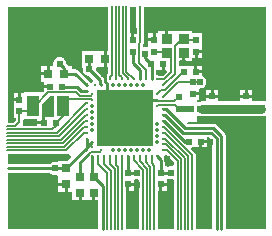
<source format=gtl>
G04*
G04 #@! TF.GenerationSoftware,Altium Limited,Altium Designer,18.0.11 (651)*
G04*
G04 Layer_Physical_Order=1*
G04 Layer_Color=255*
%FSLAX24Y24*%
%MOIN*%
G70*
G01*
G75*
%ADD10C,0.0098*%
%ADD12C,0.0079*%
%ADD13R,0.0236X0.0197*%
%ADD14R,0.0197X0.0236*%
%ADD15R,0.0256X0.0197*%
%ADD16R,0.0300X0.0300*%
%ADD17R,0.0394X0.0709*%
%ADD18R,0.1909X0.1909*%
%ADD20R,0.0295X0.0315*%
%ADD21R,0.0315X0.0295*%
%ADD22R,0.0374X0.0335*%
%ADD32C,0.0108*%
%ADD33C,0.0059*%
%ADD34C,0.0057*%
%ADD35C,0.0200*%
%ADD36C,0.0300*%
%ADD37C,0.0072*%
%ADD38C,0.0240*%
%ADD39C,0.0138*%
G36*
X-1784Y-1292D02*
X-1927Y-1435D01*
X-2220D01*
Y-1439D01*
X-2230Y-1451D01*
X-2270Y-1473D01*
X-2280Y-1470D01*
X-2308Y-1464D01*
X-2337Y-1463D01*
X-2366Y-1464D01*
X-2394Y-1470D01*
X-2421Y-1479D01*
X-2447Y-1492D01*
X-2471Y-1508D01*
X-2493Y-1527D01*
X-2498Y-1533D01*
X-3899D01*
X-3905Y-1528D01*
Y-1213D01*
X-1972D01*
X-1951Y-1211D01*
X-1931Y-1206D01*
X-1913Y-1198D01*
X-1895Y-1188D01*
X-1891Y-1185D01*
X-1784Y-1292D01*
D02*
G37*
G36*
X-2493Y-1839D02*
X-2471Y-1858D01*
X-2447Y-1874D01*
X-2421Y-1887D01*
X-2394Y-1896D01*
X-2366Y-1902D01*
X-2337Y-1904D01*
X-2308Y-1902D01*
X-2280Y-1896D01*
X-2270Y-1893D01*
X-2257Y-1900D01*
X-2220Y-1931D01*
Y-1967D01*
X-2220D01*
Y-2165D01*
X-1963D01*
Y-2215D01*
X-1913D01*
Y-2462D01*
X-1754D01*
Y-2748D01*
X-1546D01*
Y-2500D01*
X-1446D01*
Y-2748D01*
X-1083D01*
Y-2500D01*
X-983D01*
Y-2748D01*
X-888D01*
Y-3691D01*
X-904Y-3708D01*
X-3905D01*
Y-1838D01*
X-3899Y-1833D01*
X-2498D01*
X-2493Y-1839D01*
D02*
G37*
G36*
X375Y-2039D02*
X404Y-2041D01*
X430Y-2040D01*
X433Y-2040D01*
X480Y-2076D01*
Y-3701D01*
X473Y-3708D01*
X38D01*
X32Y-3701D01*
Y-2433D01*
X48D01*
Y-2215D01*
X98D01*
Y-2165D01*
X297D01*
Y-2069D01*
X299Y-2065D01*
X343Y-2034D01*
X346Y-2034D01*
X375Y-2039D01*
D02*
G37*
G36*
X-555Y2216D02*
X-609D01*
Y1959D01*
Y1701D01*
X-555D01*
Y1483D01*
X-584Y1454D01*
X-597Y1439D01*
X-608Y1421D01*
X-616Y1402D01*
X-620Y1383D01*
X-622Y1363D01*
X-630Y1350D01*
X-639Y1327D01*
X-686Y1318D01*
X-692Y1320D01*
X-693Y1323D01*
X-706Y1343D01*
X-721Y1361D01*
X-971Y1611D01*
X-970Y1619D01*
X-972Y1648D01*
X-973Y1651D01*
X-943Y1701D01*
X-907D01*
Y1701D01*
X-709D01*
Y1959D01*
Y2216D01*
X-907D01*
Y2216D01*
X-943D01*
Y2216D01*
X-1439D01*
Y1701D01*
X-1439D01*
X-1409Y1651D01*
X-1410Y1648D01*
X-1411Y1619D01*
X-1410Y1590D01*
X-1404Y1562D01*
X-1395Y1535D01*
X-1382Y1509D01*
X-1366Y1485D01*
X-1347Y1463D01*
X-1325Y1444D01*
X-1301Y1428D01*
X-1275Y1415D01*
X-1248Y1406D01*
X-1220Y1400D01*
X-1191Y1398D01*
X-1183Y1399D01*
X-1057Y1273D01*
X-1056Y1251D01*
X-1067Y1213D01*
X-1075Y1208D01*
X-1094Y1192D01*
X-1101Y1183D01*
X-1132Y1177D01*
X-1162Y1183D01*
X-1170Y1192D01*
X-1189Y1208D01*
X-1200Y1215D01*
X-1558Y1572D01*
X-1575Y1588D01*
X-1595Y1600D01*
X-1617Y1609D01*
X-1640Y1614D01*
X-1663Y1616D01*
X-1770D01*
Y1724D01*
X-1886D01*
X-1897Y1742D01*
X-1912Y1759D01*
X-1955Y1803D01*
X-1955Y1811D01*
X-1957Y1840D01*
X-1962Y1868D01*
X-1972Y1895D01*
X-1984Y1921D01*
X-2000Y1945D01*
X-2019Y1967D01*
X-2041Y1986D01*
X-2065Y2002D01*
X-2091Y2015D01*
X-2118Y2024D01*
X-2146Y2030D01*
X-2175Y2032D01*
X-2204Y2030D01*
X-2232Y2024D01*
X-2260Y2015D01*
X-2285Y2002D01*
X-2309Y1986D01*
X-2331Y1967D01*
X-2350Y1945D01*
X-2366Y1921D01*
X-2379Y1895D01*
X-2388Y1868D01*
X-2394Y1840D01*
X-2396Y1811D01*
X-2394Y1782D01*
X-2392Y1774D01*
X-2418Y1733D01*
X-2431Y1724D01*
X-2499D01*
Y1467D01*
X-2549D01*
Y1417D01*
X-2797D01*
Y1209D01*
X-2708D01*
Y1083D01*
X-2490D01*
Y983D01*
X-2708D01*
Y881D01*
X-2719Y872D01*
X-2765Y858D01*
Y858D01*
X-2765Y858D01*
X-3359D01*
Y828D01*
X-3465D01*
Y610D01*
X-3515D01*
Y560D01*
X-3713D01*
Y392D01*
Y-2D01*
X-3645D01*
Y-73D01*
X-3711Y-140D01*
X-3905D01*
Y3708D01*
X-555D01*
Y2216D01*
D02*
G37*
G36*
X-2375Y31D02*
X-2658D01*
Y-167D01*
X-2708D01*
Y-217D01*
X-2926D01*
Y-256D01*
X-3394D01*
X-3412Y-206D01*
X-3410Y-203D01*
X-3399Y-186D01*
X-3391Y-167D01*
X-3386Y-147D01*
X-3385Y-127D01*
Y-90D01*
X-3359Y-51D01*
X-2926D01*
Y-117D01*
X-2758D01*
Y31D01*
X-2765D01*
Y458D01*
X-2503Y720D01*
X-2375D01*
Y31D01*
D02*
G37*
G36*
X372Y2817D02*
X316D01*
Y2598D01*
X216D01*
Y2817D01*
X169D01*
Y3708D01*
X372D01*
Y2817D01*
D02*
G37*
G36*
X4692Y550D02*
X4557D01*
X4550Y550D01*
X4237D01*
Y667D01*
X4039D01*
X3841D01*
Y550D01*
X3114D01*
Y667D01*
X2718D01*
Y550D01*
X2566D01*
X2538Y549D01*
X2510Y544D01*
X2483Y536D01*
X2457Y526D01*
X2452Y523D01*
X2407Y547D01*
X2417Y585D01*
X2464D01*
Y753D01*
X2266D01*
Y853D01*
X2464D01*
Y932D01*
X2486Y980D01*
X2515Y982D01*
X2543Y988D01*
X2570Y997D01*
X2596Y1010D01*
X2620Y1026D01*
X2642Y1045D01*
X2661Y1067D01*
X2677Y1091D01*
X2690Y1116D01*
X2699Y1144D01*
X2704Y1172D01*
X2706Y1201D01*
X2704Y1230D01*
X2699Y1258D01*
X2690Y1285D01*
X2677Y1311D01*
X2661Y1335D01*
X2642Y1357D01*
X2620Y1376D01*
X2596Y1392D01*
X2580Y1400D01*
Y1495D01*
X2362D01*
Y1545D01*
X2312D01*
Y1744D01*
X1803D01*
Y1906D01*
X1913D01*
Y2173D01*
X2013D01*
Y1906D01*
X2250D01*
Y1985D01*
X2328D01*
Y2203D01*
X2378D01*
Y2253D01*
X2576D01*
Y2379D01*
Y2815D01*
X2250D01*
Y2893D01*
X1442D01*
Y2626D01*
X1342D01*
Y2893D01*
X1105D01*
Y2815D01*
X1028D01*
Y2597D01*
X978D01*
Y2547D01*
X779D01*
Y2388D01*
X764Y2371D01*
X729Y2354D01*
X717Y2359D01*
X688Y2364D01*
X659Y2366D01*
X646Y2365D01*
X607Y2403D01*
X606Y2443D01*
X607Y2443D01*
X618Y2461D01*
X625Y2479D01*
X630Y2499D01*
X632Y2520D01*
Y3708D01*
X4692D01*
Y550D01*
D02*
G37*
G36*
X1320Y1593D02*
X1368D01*
X1389Y1543D01*
X1255Y1409D01*
X1166D01*
X1153Y1417D01*
X1130Y1427D01*
X1107Y1432D01*
X1083Y1434D01*
X1036Y1472D01*
Y1593D01*
X1220D01*
Y1791D01*
X1320D01*
Y1593D01*
D02*
G37*
G36*
X1630Y-1479D02*
Y-1565D01*
X1623Y-1575D01*
X1580Y-1603D01*
X1574Y-1602D01*
X1545Y-1600D01*
X1516Y-1602D01*
X1488Y-1608D01*
X1461Y-1617D01*
X1439Y-1628D01*
X1430Y-1625D01*
X1389Y-1603D01*
Y-1603D01*
X1341Y-1600D01*
Y-1388D01*
X1339Y-1364D01*
X1333Y-1342D01*
X1324Y-1320D01*
X1312Y-1300D01*
X1299Y-1284D01*
X1367Y-1216D01*
X1630Y-1479D01*
D02*
G37*
G36*
X2457Y74D02*
X2483Y64D01*
X2510Y56D01*
X2538Y51D01*
X2566Y50D01*
X4550D01*
X4557Y50D01*
X4692D01*
Y-3708D01*
X3373D01*
X3365Y-3700D01*
Y-616D01*
X3365Y-616D01*
X3363Y-592D01*
X3358Y-569D01*
X3349Y-548D01*
X3337Y-528D01*
X3321Y-510D01*
X3321Y-510D01*
X3042Y-231D01*
X3025Y-216D01*
X3004Y-203D01*
X2983Y-194D01*
X2960Y-189D01*
X2937Y-187D01*
X2086D01*
X2079Y-178D01*
X2106Y-128D01*
X2392D01*
Y56D01*
X2414Y73D01*
X2442Y83D01*
X2457Y74D01*
D02*
G37*
G36*
X2910Y-742D02*
Y-3700D01*
X2903Y-3708D01*
X2361D01*
X2354Y-3701D01*
Y-1233D01*
X2353Y-1213D01*
X2348Y-1193D01*
X2340Y-1174D01*
X2330Y-1157D01*
X2316Y-1141D01*
X2207Y-1032D01*
X2227Y-986D01*
X2470D01*
Y-787D01*
X2520D01*
Y-737D01*
X2738D01*
Y-642D01*
X2810D01*
X2910Y-742D01*
D02*
G37*
G36*
X1461Y-2025D02*
X1488Y-2034D01*
X1516Y-2039D01*
X1545Y-2041D01*
X1574Y-2039D01*
X1580Y-2038D01*
X1623Y-2066D01*
X1630Y-2077D01*
Y-3701D01*
X1623Y-3708D01*
X1096D01*
X1090Y-3701D01*
Y-2433D01*
X1141D01*
Y-2215D01*
X1191D01*
Y-2165D01*
X1389D01*
Y-2041D01*
X1395Y-2035D01*
X1422Y-2019D01*
X1439Y-2014D01*
X1461Y-2025D01*
D02*
G37*
%LPC*%
G36*
X-2013Y-2265D02*
X-2220D01*
Y-2462D01*
X-2013D01*
Y-2265D01*
D02*
G37*
G36*
X297D02*
X148D01*
Y-2433D01*
X297D01*
Y-2265D01*
D02*
G37*
G36*
X-2599Y1724D02*
X-2797D01*
Y1517D01*
X-2599D01*
Y1724D01*
D02*
G37*
G36*
X-3565Y828D02*
X-3713D01*
Y660D01*
X-3565D01*
Y828D01*
D02*
G37*
G36*
X928Y2815D02*
X779D01*
Y2647D01*
X928D01*
Y2815D01*
D02*
G37*
G36*
X2576Y2153D02*
X2428D01*
Y1985D01*
X2576D01*
Y2153D01*
D02*
G37*
G36*
X2580Y1744D02*
X2412D01*
Y1595D01*
X2580D01*
Y1744D01*
D02*
G37*
G36*
X4237Y935D02*
X4089D01*
Y767D01*
X4237D01*
Y935D01*
D02*
G37*
G36*
X3114Y935D02*
X2966D01*
Y767D01*
X3114D01*
Y935D01*
D02*
G37*
G36*
X2866D02*
X2718D01*
Y767D01*
X2866D01*
Y935D01*
D02*
G37*
G36*
X3989Y935D02*
X3841D01*
Y767D01*
X3989D01*
Y935D01*
D02*
G37*
G36*
X2738Y-837D02*
X2570D01*
Y-986D01*
X2738D01*
Y-837D01*
D02*
G37*
G36*
X1389Y-2265D02*
X1241D01*
Y-2433D01*
X1389D01*
Y-2265D01*
D02*
G37*
%LPD*%
D10*
X1310Y-98D02*
X1999Y-787D01*
X2126D01*
X1333Y98D02*
X1923Y-492D01*
X2872D01*
X1988Y-337D02*
X2937D01*
X1356Y295D02*
X1988Y-337D01*
X2872Y-492D02*
X3060Y-680D01*
X2937Y-337D02*
X3216Y-616D01*
X3060Y-3700D02*
Y-680D01*
X3216Y-3700D02*
Y-616D01*
X-738Y-3691D02*
Y-2264D01*
X-1033Y-1969D02*
X-738Y-2264D01*
X-1496Y-1484D02*
X-1243Y-1231D01*
X-1496Y-1969D02*
Y-1484D01*
X-1083Y-1919D02*
Y-1280D01*
Y-1919D02*
X-1033Y-1969D01*
X1211Y-1841D02*
X1545D01*
X876Y1791D02*
X886Y1781D01*
Y1280D02*
Y1781D01*
X492Y1280D02*
Y1604D01*
X1280Y-98D02*
X1310D01*
X1280Y295D02*
X1356D01*
X1280Y98D02*
X1333D01*
X1191Y-1821D02*
X1211Y-1841D01*
X1191Y-1821D02*
Y-1388D01*
X1083Y-1280D02*
X1191Y-1388D01*
X98Y-1821D02*
Y-1280D01*
X236Y236D02*
X591Y591D01*
X0Y0D02*
X236Y236D01*
X591Y591D02*
X1083D01*
X98Y-1821D02*
X404D01*
X266Y1830D02*
Y2205D01*
Y1830D02*
X492Y1604D01*
X-591Y1083D02*
Y1151D01*
X-653Y1213D02*
X-591Y1151D01*
X-653Y1213D02*
Y1434D01*
X-827Y1152D02*
Y1255D01*
X-787Y1083D02*
Y1113D01*
X-827Y1152D02*
X-787Y1113D01*
X-1191Y1619D02*
Y1959D01*
Y1619D02*
X-827Y1255D01*
X-1663Y1467D02*
X-1280Y1083D01*
X-2018Y1467D02*
X-1663D01*
X-1467Y886D02*
X-1280D01*
X-1614Y1033D02*
X-1467Y886D01*
X-2096Y1033D02*
X-1614D01*
X-2018Y1467D02*
Y1654D01*
X-2175Y1811D02*
X-2018Y1654D01*
X659Y2008D02*
X876Y1791D01*
X659Y2008D02*
Y2146D01*
X-2337Y-1683D02*
X-1963D01*
X-591Y591D02*
Y1083D01*
Y591D02*
X0Y0D01*
X-3899Y-1683D02*
X-2337D01*
X-1963D02*
X-1280Y-1000D01*
X-1113Y-787D02*
X-1083D01*
X-1280Y-954D02*
X-1113Y-787D01*
X-1280Y-1000D02*
Y-954D01*
Y-689D01*
D12*
X-593Y-3701D02*
Y-1829D01*
X-886Y-1535D02*
X-593Y-1829D01*
X-457Y-3701D02*
Y-1768D01*
X-689Y-1535D02*
X-457Y-1768D01*
X-689Y-1535D02*
Y-1280D01*
X-886Y-1535D02*
Y-1280D01*
D13*
X2520Y-787D02*
D03*
X2126D02*
D03*
X2362Y1545D02*
D03*
X1969D02*
D03*
X-2708Y-167D02*
D03*
X-2314D02*
D03*
X-2490Y1033D02*
D03*
X-2096D02*
D03*
X1270Y1791D02*
D03*
X876D02*
D03*
D14*
X4039Y323D02*
D03*
Y717D02*
D03*
X1792Y699D02*
D03*
Y305D02*
D03*
X2266Y803D02*
D03*
Y1197D02*
D03*
X2916Y717D02*
D03*
Y323D02*
D03*
X-3515Y610D02*
D03*
Y217D02*
D03*
X266Y2598D02*
D03*
Y2205D02*
D03*
X978Y2597D02*
D03*
Y2203D02*
D03*
X2378Y2203D02*
D03*
Y2597D02*
D03*
X98Y-2215D02*
D03*
Y-1821D02*
D03*
X1191Y-2215D02*
D03*
Y-1821D02*
D03*
D15*
X2539Y302D02*
D03*
X2165Y302D02*
D03*
D16*
X4550Y300D02*
D03*
D17*
X-3062Y404D02*
D03*
X-2078D02*
D03*
D18*
X0Y0D02*
D03*
D20*
X-659Y1959D02*
D03*
X-1191D02*
D03*
X-2018Y1467D02*
D03*
X-2549D02*
D03*
D21*
X-1033Y-1969D02*
D03*
Y-2500D02*
D03*
X-1496Y-1969D02*
D03*
Y-2500D02*
D03*
X-1963Y-1683D02*
D03*
Y-2215D02*
D03*
D22*
X1963Y2173D02*
D03*
Y2626D02*
D03*
X1392D02*
D03*
Y2173D02*
D03*
D32*
X1083Y-1280D02*
D03*
X886D02*
D03*
X689D02*
D03*
X492D02*
D03*
X295D02*
D03*
X98D02*
D03*
X-98D02*
D03*
X-295D02*
D03*
X-492D02*
D03*
X-689D02*
D03*
X-886D02*
D03*
X-1083D02*
D03*
X1280Y-1083D02*
D03*
X787D02*
D03*
X591D02*
D03*
X394D02*
D03*
X197D02*
D03*
X0D02*
D03*
X-197D02*
D03*
X-394D02*
D03*
X-787D02*
D03*
X-1083Y-984D02*
D03*
X1280Y-886D02*
D03*
X1083Y-787D02*
D03*
X-1083D02*
D03*
X1280Y-689D02*
D03*
X-1280D02*
D03*
X1083Y-591D02*
D03*
X1280Y-492D02*
D03*
X-1280D02*
D03*
X1083Y-394D02*
D03*
X-1083D02*
D03*
X1280Y-295D02*
D03*
X-1280D02*
D03*
X1083Y-197D02*
D03*
X-1083D02*
D03*
X1280Y-98D02*
D03*
X-1280D02*
D03*
X-1083Y0D02*
D03*
X1280Y98D02*
D03*
X-1280D02*
D03*
X-1083Y197D02*
D03*
X1280Y295D02*
D03*
X-1280D02*
D03*
X1083Y394D02*
D03*
X-1083D02*
D03*
X-1280Y492D02*
D03*
X1083Y591D02*
D03*
X-1083D02*
D03*
X1280Y689D02*
D03*
X-1083Y787D02*
D03*
X-1280Y886D02*
D03*
X1083Y787D02*
D03*
X1280Y1083D02*
D03*
X591D02*
D03*
X394D02*
D03*
X197D02*
D03*
X0D02*
D03*
X-197D02*
D03*
X-394D02*
D03*
X-591D02*
D03*
X-787D02*
D03*
X-984D02*
D03*
X-1280D02*
D03*
X1083Y1280D02*
D03*
X689D02*
D03*
X492D02*
D03*
X295D02*
D03*
X98D02*
D03*
X-98D02*
D03*
X-295D02*
D03*
X-492D02*
D03*
X886D02*
D03*
D33*
X1287Y-295D02*
X2225Y-1233D01*
X1320Y-492D02*
X2108Y-1281D01*
X1352Y-689D02*
X1992Y-1329D01*
X1385Y-886D02*
X1876Y-1377D01*
X1417Y-1083D02*
X1760Y-1425D01*
X1319Y915D02*
X1949Y1545D01*
X1280Y712D02*
X1769Y1201D01*
X2486D01*
X1760Y-3701D02*
Y-1425D01*
X1876Y-3701D02*
Y-1377D01*
X1992Y-3701D02*
Y-1329D01*
X2225Y-3701D02*
Y-1233D01*
X2108Y-3701D02*
Y-1281D01*
X1280Y-295D02*
X1287D01*
X1280Y-689D02*
X1352D01*
X1280Y-886D02*
X1385D01*
X1280Y-492D02*
X1320D01*
X1280Y-1083D02*
X1417D01*
X886Y-1518D02*
Y-1280D01*
X960Y-3701D02*
Y-1592D01*
X886Y-1518D02*
X960Y-1592D01*
X843Y-3701D02*
Y-1640D01*
X689Y-1486D02*
Y-1280D01*
Y-1486D02*
X843Y-1640D01*
X492Y-1453D02*
Y-1280D01*
X727Y-3701D02*
Y-1688D01*
X492Y-1453D02*
X727Y-1688D01*
X610Y-3701D02*
Y-1735D01*
X295Y-1420D02*
X610Y-1735D01*
X295Y-1420D02*
Y-1280D01*
X-295Y-1568D02*
Y-1280D01*
X-215Y-3701D02*
Y-1649D01*
X-295Y-1568D02*
X-215Y-1649D01*
X-492Y-1535D02*
Y-1280D01*
X-331Y-3701D02*
Y-1697D01*
X-492Y-1535D02*
X-331Y-1697D01*
X-98Y-3701D02*
Y-1280D01*
X1083Y1280D02*
X1309D01*
X1280Y1083D02*
X1673Y1476D01*
X1085Y787D02*
X1213Y915D01*
X1083Y787D02*
X1085D01*
X1213Y915D02*
X1319D01*
X1280Y689D02*
Y712D01*
X1673Y2402D02*
X1868Y2597D01*
X2378D01*
X978Y2203D02*
X1363D01*
X-492Y1280D02*
Y1362D01*
X-98Y1280D02*
Y1348D01*
X689Y1280D02*
Y1599D01*
X1363Y2203D02*
X1392Y2173D01*
X1545Y2020D01*
X1673Y1476D02*
Y2402D01*
X1545Y1516D02*
Y2020D01*
X1309Y1280D02*
X1545Y1516D01*
X453Y1835D02*
X689Y1599D01*
X-1282Y492D02*
X-1280D01*
X-1282Y295D02*
X-1280D01*
X-2195Y-618D02*
X-1282Y295D01*
X-2142Y-734D02*
X-1309Y98D01*
X-1280D01*
X-2071Y-850D02*
X-1319Y-98D01*
X-1280D01*
X-3917Y-850D02*
X-2071D01*
X-1348Y-295D02*
X-1280D01*
X-2020Y-967D02*
X-1348Y-295D01*
X-3917Y-967D02*
X-2020D01*
X-1972Y-1083D02*
X-1381Y-492D01*
X-1280D01*
X-3917Y-1083D02*
X-1972D01*
X-2314Y-256D02*
Y-167D01*
X-2444Y-386D02*
X-2314Y-256D01*
X-3917Y-734D02*
X-2142D01*
X-3917Y-618D02*
X-2195D01*
X453Y2470D02*
X502Y2520D01*
Y3722D01*
X453Y1835D02*
Y2470D01*
X-492Y1362D02*
X-425Y1429D01*
Y3720D01*
X39Y1539D02*
Y3720D01*
X-309Y1293D02*
X-295Y1280D01*
X-309Y1293D02*
Y3720D01*
X-193Y1443D02*
X-98Y1348D01*
X-193Y1443D02*
Y3720D01*
X-77Y1491D02*
Y3720D01*
Y1491D02*
X98Y1316D01*
Y1280D02*
Y1316D01*
X39Y1539D02*
X295Y1283D01*
Y1280D02*
Y1283D01*
X-3658Y-270D02*
X-3515Y-127D01*
X-3917Y-270D02*
X-3658D01*
X-3515Y-127D02*
Y217D01*
X-3917Y-386D02*
X-2444D01*
X-3917Y-502D02*
X-2276D01*
X-1282Y492D01*
D34*
X1642Y549D02*
X1792Y699D01*
X1124Y549D02*
X1642D01*
X1124Y435D02*
X1662D01*
X1793Y303D01*
X1795Y301D01*
X1083Y394D02*
X1124Y435D01*
X1083Y591D02*
X1124Y549D01*
X-1124Y632D02*
X-1083Y591D01*
X-1124Y746D02*
X-1083Y787D01*
X-1621Y849D02*
X-1522Y751D01*
X-1519D01*
X-1514Y746D01*
X-1124D01*
X-2078Y404D02*
X-1849Y632D01*
X-2314Y-167D02*
X-2078Y69D01*
Y404D01*
X-3249Y217D02*
X-3062Y404D01*
X-3515Y217D02*
X-3249D01*
X-2556Y849D02*
X-1621D01*
X-1849Y632D02*
X-1124D01*
X-3002Y404D02*
X-2556Y849D01*
X-3062Y404D02*
X-3002D01*
D35*
X1793Y303D02*
X2145D01*
D36*
X2566Y300D02*
X4550D01*
D37*
X-837Y-1132D02*
X-787Y-1083D01*
X-1144Y-1132D02*
X-837D01*
X-1243Y-1231D02*
X-1144Y-1132D01*
D38*
X1949Y1841D02*
D03*
X3490Y-3590D02*
D03*
Y-2590D02*
D03*
X2472D02*
D03*
Y-3590D02*
D03*
X2825Y-797D02*
D03*
X3570Y3590D02*
D03*
X757D02*
D03*
Y2953D02*
D03*
X1390Y3020D02*
D03*
X2710Y2210D02*
D03*
X2700Y1550D02*
D03*
X2486Y1201D02*
D03*
X2590Y700D02*
D03*
X2569Y-39D02*
D03*
X4566Y-79D02*
D03*
X4566Y679D02*
D03*
X2910Y1050D02*
D03*
X4570Y-3590D02*
D03*
Y-2590D02*
D03*
Y-1590D02*
D03*
X2472D02*
D03*
X3490D02*
D03*
Y-590D02*
D03*
X4570D02*
D03*
X2570Y3590D02*
D03*
X4570D02*
D03*
X1570D02*
D03*
X4570Y2590D02*
D03*
X3570D02*
D03*
X4570Y1590D02*
D03*
X3570D02*
D03*
X3566Y679D02*
D03*
X3566Y-79D02*
D03*
X-1580Y2520D02*
D03*
X-1610Y1760D02*
D03*
X709Y-709D02*
D03*
X236D02*
D03*
X-236D02*
D03*
X-709D02*
D03*
X709Y-236D02*
D03*
X236D02*
D03*
X-236D02*
D03*
X-709D02*
D03*
X709Y236D02*
D03*
X236D02*
D03*
X-236D02*
D03*
X-709D02*
D03*
X709Y709D02*
D03*
X236D02*
D03*
X-236D02*
D03*
X-709D02*
D03*
X-2002Y-1330D02*
D03*
X-3790D02*
D03*
X1417Y-1378D02*
D03*
X1211Y-2550D02*
D03*
X404Y-2244D02*
D03*
X1545Y-1821D02*
D03*
X404Y-1821D02*
D03*
X-709Y1457D02*
D03*
X-2175Y1811D02*
D03*
X1201Y1496D02*
D03*
X659Y2146D02*
D03*
X-3062Y-157D02*
D03*
X-2337Y-1683D02*
D03*
X-3790Y-3590D02*
D03*
Y-2470D02*
D03*
Y984D02*
D03*
Y2362D02*
D03*
Y3590D02*
D03*
X-2559D02*
D03*
X-1575D02*
D03*
X-719D02*
D03*
X-2559Y2362D02*
D03*
X-787Y2559D02*
D03*
X-2913Y1467D02*
D03*
X-2835Y1033D02*
D03*
X-2619Y394D02*
D03*
X-3790Y-60D02*
D03*
X-2500Y-3590D02*
D03*
X-2503Y-2559D02*
D03*
X-1912D02*
D03*
X-1970Y-3590D02*
D03*
X-1020D02*
D03*
X-1516Y-2864D02*
D03*
X-1043D02*
D03*
X148Y-2559D02*
D03*
X260Y-3590D02*
D03*
X1208D02*
D03*
X1496Y-2234D02*
D03*
X295Y2904D02*
D03*
X-1191Y1619D02*
D03*
D39*
X197Y-1083D02*
D03*
X591Y1083D02*
D03*
X394D02*
D03*
X197D02*
D03*
X0D02*
D03*
X-197D02*
D03*
X-394D02*
D03*
X0Y-1083D02*
D03*
X-197Y-1083D02*
D03*
X-394D02*
D03*
X1083Y-787D02*
D03*
Y-591D02*
D03*
Y-394D02*
D03*
X1083Y-197D02*
D03*
X591Y-1083D02*
D03*
X394D02*
D03*
X787D02*
D03*
X-1083Y197D02*
D03*
Y0D02*
D03*
Y-197D02*
D03*
Y-394D02*
D03*
Y394D02*
D03*
M02*

</source>
